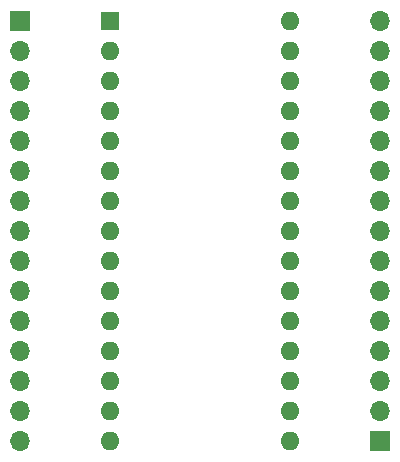
<source format=gbr>
%TF.GenerationSoftware,KiCad,Pcbnew,(6.0.11-0)*%
%TF.CreationDate,2023-01-30T19:10:04-05:00*%
%TF.ProjectId,Nano-Breakout,4e616e6f-2d42-4726-9561-6b6f75742e6b,1.0.0*%
%TF.SameCoordinates,Original*%
%TF.FileFunction,Soldermask,Bot*%
%TF.FilePolarity,Negative*%
%FSLAX46Y46*%
G04 Gerber Fmt 4.6, Leading zero omitted, Abs format (unit mm)*
G04 Created by KiCad (PCBNEW (6.0.11-0)) date 2023-01-30 19:10:04*
%MOMM*%
%LPD*%
G01*
G04 APERTURE LIST*
%ADD10R,1.700000X1.700000*%
%ADD11O,1.700000X1.700000*%
%ADD12R,1.600000X1.600000*%
%ADD13O,1.600000X1.600000*%
G04 APERTURE END LIST*
D10*
%TO.C,J102*%
X163890000Y-107950000D03*
D11*
X163890000Y-105410000D03*
X163890000Y-102870000D03*
X163890000Y-100330000D03*
X163890000Y-97790000D03*
X163890000Y-95250000D03*
X163890000Y-92710000D03*
X163890000Y-90170000D03*
X163890000Y-87630000D03*
X163890000Y-85090000D03*
X163890000Y-82550000D03*
X163890000Y-80010000D03*
X163890000Y-77470000D03*
X163890000Y-74930000D03*
X163890000Y-72390000D03*
%TD*%
D12*
%TO.C,A101*%
X140970000Y-72390000D03*
D13*
X140970000Y-74930000D03*
X140970000Y-77470000D03*
X140970000Y-80010000D03*
X140970000Y-82550000D03*
X140970000Y-85090000D03*
X140970000Y-87630000D03*
X140970000Y-90170000D03*
X140970000Y-92710000D03*
X140970000Y-95250000D03*
X140970000Y-97790000D03*
X140970000Y-100330000D03*
X140970000Y-102870000D03*
X140970000Y-105410000D03*
X140970000Y-107950000D03*
X156210000Y-107950000D03*
X156210000Y-105410000D03*
X156210000Y-102870000D03*
X156210000Y-100330000D03*
X156210000Y-97790000D03*
X156210000Y-95250000D03*
X156210000Y-92710000D03*
X156210000Y-90170000D03*
X156210000Y-87630000D03*
X156210000Y-85090000D03*
X156210000Y-82550000D03*
X156210000Y-80010000D03*
X156210000Y-77470000D03*
X156210000Y-74930000D03*
X156210000Y-72390000D03*
%TD*%
D10*
%TO.C,J101*%
X133350000Y-72390000D03*
D11*
X133350000Y-74930000D03*
X133350000Y-77470000D03*
X133350000Y-80010000D03*
X133350000Y-82550000D03*
X133350000Y-85090000D03*
X133350000Y-87630000D03*
X133350000Y-90170000D03*
X133350000Y-92710000D03*
X133350000Y-95250000D03*
X133350000Y-97790000D03*
X133350000Y-100330000D03*
X133350000Y-102870000D03*
X133350000Y-105410000D03*
X133350000Y-107950000D03*
%TD*%
M02*

</source>
